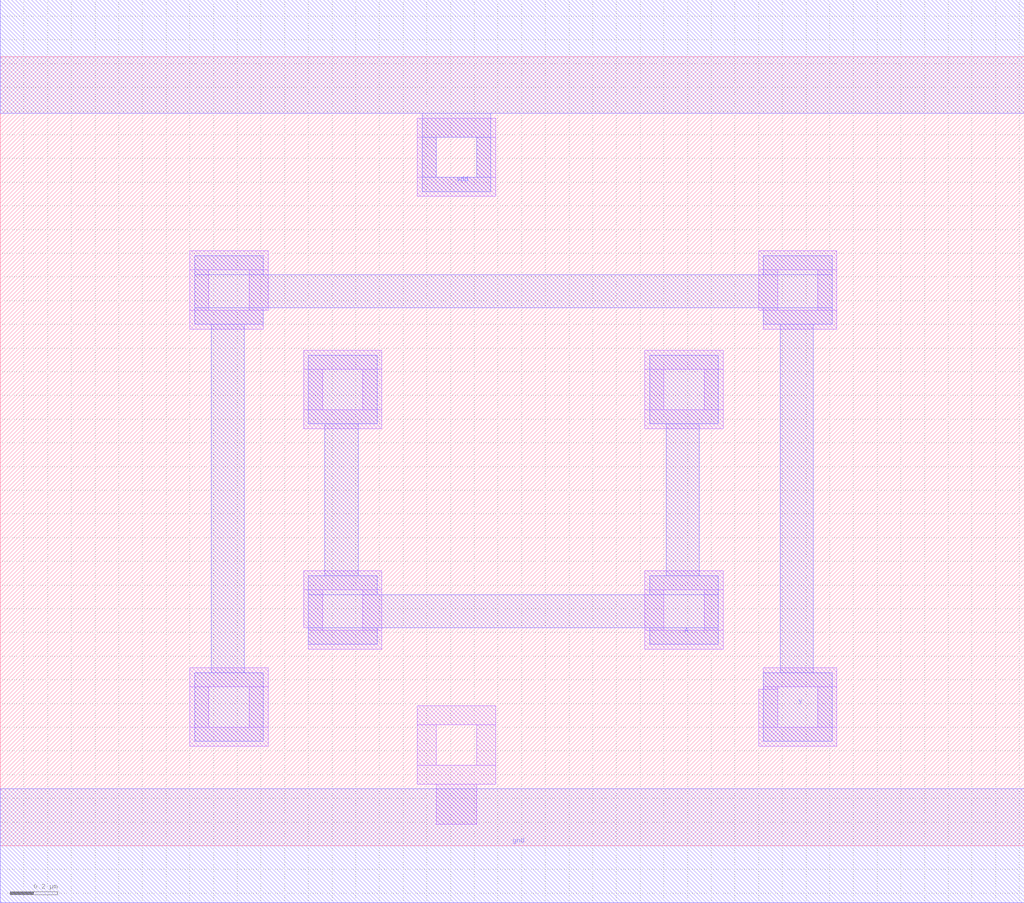
<source format=lef>
VERSION 5.7 ;
  NOWIREEXTENSIONATPIN ON ;
  DIVIDERCHAR "/" ;
  BUSBITCHARS "[]" ;
MACRO INVX4
  CLASS CORE ;
  FOREIGN INVX4 ;
  ORIGIN 0.000 0.000 ;
  SIZE 4.320 BY 3.330 ;
  SYMMETRY X Y R90 ;
  SITE unit ;
  PIN vdd
    DIRECTION INOUT ;
    USE POWER ;
    SHAPE ABUTMENT ;
    PORT
      LAYER met1 ;
        RECT 0.000 3.090 4.320 3.570 ;
        RECT 1.780 2.990 2.070 3.090 ;
        RECT 1.780 2.820 1.840 2.990 ;
        RECT 2.010 2.820 2.070 2.990 ;
        RECT 1.780 2.760 2.070 2.820 ;
    END
  END vdd
  PIN gnd
    DIRECTION INOUT ;
    USE GROUND ;
    SHAPE ABUTMENT ;
    PORT
      LAYER met1 ;
        RECT 0.000 -0.240 4.320 0.240 ;
    END
  END gnd
  PIN Y
    DIRECTION INOUT ;
    USE SIGNAL ;
    SHAPE ABUTMENT ;
    PORT
      LAYER met1 ;
        RECT 0.820 2.410 1.110 2.490 ;
        RECT 3.220 2.410 3.510 2.490 ;
        RECT 0.820 2.270 3.510 2.410 ;
        RECT 0.820 2.200 1.110 2.270 ;
        RECT 3.220 2.200 3.510 2.270 ;
        RECT 0.890 0.730 1.030 2.200 ;
        RECT 3.290 0.730 3.430 2.200 ;
        RECT 0.820 0.440 1.110 0.730 ;
        RECT 3.220 0.440 3.510 0.730 ;
    END
  END Y
  PIN A
    DIRECTION INOUT ;
    USE SIGNAL ;
    SHAPE ABUTMENT ;
    PORT
      LAYER met1 ;
        RECT 1.300 1.780 1.590 2.070 ;
        RECT 2.740 1.780 3.030 2.070 ;
        RECT 1.370 1.140 1.510 1.780 ;
        RECT 2.810 1.140 2.950 1.780 ;
        RECT 1.300 1.060 1.590 1.140 ;
        RECT 2.740 1.060 3.030 1.140 ;
        RECT 1.300 0.920 3.030 1.060 ;
        RECT 1.300 0.850 1.590 0.920 ;
        RECT 2.740 0.850 3.030 0.920 ;
    END
  END A
  OBS
      LAYER li1 ;
        RECT 1.760 2.990 2.090 3.070 ;
        RECT 1.760 2.820 1.840 2.990 ;
        RECT 2.010 2.820 2.090 2.990 ;
        RECT 1.760 2.740 2.090 2.820 ;
        RECT 0.800 2.430 1.130 2.510 ;
        RECT 0.800 2.260 0.880 2.430 ;
        RECT 1.050 2.260 1.130 2.430 ;
        RECT 3.200 2.430 3.530 2.510 ;
        RECT 3.200 2.260 3.280 2.430 ;
        RECT 3.450 2.260 3.530 2.430 ;
        RECT 0.800 2.180 1.110 2.260 ;
        RECT 3.220 2.180 3.530 2.260 ;
        RECT 1.280 2.010 1.610 2.090 ;
        RECT 1.280 1.840 1.360 2.010 ;
        RECT 1.530 1.840 1.610 2.010 ;
        RECT 1.280 1.760 1.610 1.840 ;
        RECT 2.720 2.010 3.050 2.090 ;
        RECT 2.720 1.840 2.800 2.010 ;
        RECT 2.970 1.840 3.050 2.010 ;
        RECT 2.720 1.760 3.050 1.840 ;
        RECT 1.280 1.080 1.610 1.160 ;
        RECT 1.280 0.920 1.360 1.080 ;
        RECT 1.300 0.910 1.360 0.920 ;
        RECT 1.530 0.910 1.610 1.080 ;
        RECT 1.300 0.830 1.610 0.910 ;
        RECT 2.720 1.080 3.050 1.160 ;
        RECT 2.720 0.910 2.800 1.080 ;
        RECT 2.970 0.910 3.050 1.080 ;
        RECT 2.720 0.830 3.050 0.910 ;
        RECT 0.800 0.670 1.130 0.750 ;
        RECT 0.800 0.500 0.880 0.670 ;
        RECT 1.050 0.500 1.130 0.670 ;
        RECT 3.220 0.670 3.530 0.750 ;
        RECT 3.220 0.660 3.280 0.670 ;
        RECT 0.800 0.420 1.130 0.500 ;
        RECT 1.760 0.510 2.090 0.590 ;
        RECT 1.760 0.340 1.840 0.510 ;
        RECT 2.010 0.340 2.090 0.510 ;
        RECT 3.200 0.500 3.280 0.660 ;
        RECT 3.450 0.500 3.530 0.670 ;
        RECT 3.200 0.420 3.530 0.500 ;
        RECT 1.760 0.260 2.090 0.340 ;
        RECT 1.840 0.090 2.010 0.260 ;
  END
END INVX4
END LIBRARY


</source>
